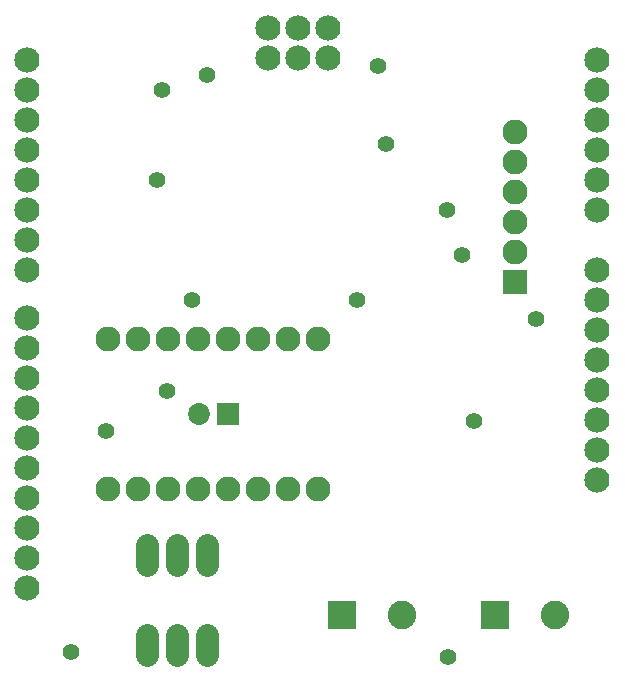
<source format=gbr>
G04 EAGLE Gerber RS-274X export*
G75*
%MOMM*%
%FSLAX34Y34*%
%LPD*%
%INSoldermask Bottom*%
%IPPOS*%
%AMOC8*
5,1,8,0,0,1.08239X$1,22.5*%
G01*
%ADD10C,2.133600*%
%ADD11C,2.108200*%
%ADD12C,2.117600*%
%ADD13R,2.117600X2.117600*%
%ADD14C,1.930400*%
%ADD15C,1.854200*%
%ADD16R,1.854200X1.854200*%
%ADD17R,2.417600X2.417600*%
%ADD18C,2.417600*%
%ADD19C,1.417600*%


D10*
X508000Y241300D03*
X508000Y266700D03*
X508000Y292100D03*
X508000Y317500D03*
X508000Y342900D03*
X508000Y368300D03*
X508000Y419100D03*
X508000Y444500D03*
X508000Y469900D03*
X508000Y495300D03*
X508000Y520700D03*
X508000Y546100D03*
X25400Y546100D03*
X25400Y520700D03*
X25400Y495300D03*
X25400Y469900D03*
X25400Y444500D03*
X25400Y419100D03*
X25400Y393700D03*
X25400Y368300D03*
X25400Y327660D03*
X25400Y302260D03*
X25400Y276860D03*
X25400Y251460D03*
X25400Y226060D03*
X25400Y200660D03*
X25400Y175260D03*
X25400Y149860D03*
X25400Y124460D03*
X25400Y99060D03*
X508000Y215900D03*
X508000Y190500D03*
X229100Y547500D03*
X229100Y572900D03*
X254500Y547500D03*
X279900Y547500D03*
X254500Y572900D03*
X279900Y572900D03*
D11*
X119380Y182880D03*
X144780Y182880D03*
X170180Y182880D03*
X195580Y182880D03*
X220980Y182880D03*
X246380Y182880D03*
X271780Y182880D03*
X93980Y182880D03*
X119380Y309880D03*
X144780Y309880D03*
X170180Y309880D03*
X195580Y309880D03*
X220980Y309880D03*
X246380Y309880D03*
X271780Y309880D03*
X93980Y309880D03*
D12*
X438150Y383540D03*
D13*
X438150Y358140D03*
D12*
X438150Y408940D03*
X438150Y434340D03*
X438150Y459740D03*
X438150Y485140D03*
D14*
X127000Y59436D02*
X127000Y42164D01*
X152400Y42164D02*
X152400Y59436D01*
X177800Y59436D02*
X177800Y42164D01*
X177800Y118364D02*
X177800Y135636D01*
X127000Y135636D02*
X127000Y118364D01*
X152400Y118364D02*
X152400Y135636D01*
D15*
X170380Y246380D03*
D16*
X195380Y246380D03*
D17*
X421640Y76200D03*
D18*
X471640Y76200D03*
D17*
X292100Y76200D03*
D18*
X342100Y76200D03*
D19*
X165100Y342900D03*
X304800Y342900D03*
X322548Y540966D03*
X62647Y44869D03*
X381809Y40636D03*
X403820Y240429D03*
X92277Y231963D03*
X143919Y265827D03*
X329320Y474933D03*
X135453Y444456D03*
X456308Y326781D03*
X393700Y381000D03*
X139700Y520700D03*
X381000Y419100D03*
X177800Y533400D03*
M02*

</source>
